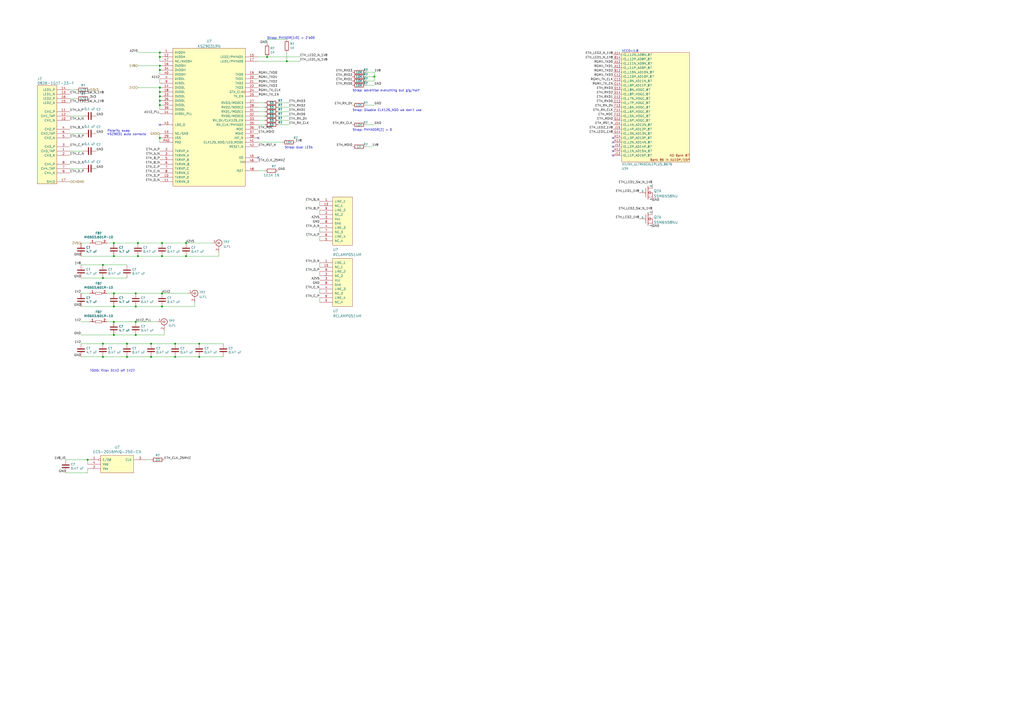
<source format=kicad_sch>
(kicad_sch (version 20211123) (generator eeschema)
  (paper "A2")
  (junction (at 73.66 199.39))
  (junction (at 66.04 177.8))
  (junction (at 80.01 148.59))
  (junction (at 93.98 177.8))
  (junction (at 92.71 38.1))
  (junction (at 80.01 140.97))
  (junction (at 217.17 44.45))
  (junction (at 93.98 140.97))
  (junction (at 154.94 33.02))
  (junction (at 78.74 186.69))
  (junction (at 101.6 207.01))
  (junction (at 78.74 194.31))
  (junction (at 92.71 33.02))
  (junction (at 66.04 140.97))
  (junction (at 92.71 80.01))
  (junction (at 78.74 170.18))
  (junction (at 93.98 170.18))
  (junction (at 92.71 30.48))
  (junction (at 59.69 161.29))
  (junction (at 92.71 55.88))
  (junction (at 92.71 50.8))
  (junction (at 87.63 199.39))
  (junction (at 115.57 199.39))
  (junction (at 66.04 148.59))
  (junction (at 78.74 177.8))
  (junction (at 93.98 148.59))
  (junction (at 107.95 140.97))
  (junction (at 166.37 35.56))
  (junction (at 73.66 207.01))
  (junction (at 107.95 148.59))
  (junction (at 50.8 266.7))
  (junction (at 66.04 170.18))
  (junction (at 115.57 207.01))
  (junction (at 59.69 207.01))
  (junction (at 59.69 199.39))
  (junction (at 66.04 194.31))
  (junction (at 92.71 53.34))
  (junction (at 92.71 60.96))
  (junction (at 59.69 153.67))
  (junction (at 101.6 199.39))
  (junction (at 92.71 58.42))
  (junction (at 87.63 207.01))
  (junction (at 66.04 186.69))
  (junction (at 92.71 40.64))
  (no_connect (at 92.71 72.39))
  (no_connect (at 355.6 82.55))
  (no_connect (at 355.6 85.09))
  (no_connect (at 149.86 80.01))
  (no_connect (at 355.6 80.01))
  (no_connect (at 149.86 91.44))
  (no_connect (at 355.6 90.17))
  (no_connect (at 355.6 87.63))
  (wire (pts (xy 149.86 33.02) (xy 154.94 33.02)))
  (wire (pts (xy 92.71 33.02) (xy 92.71 35.56)))
  (wire (pts (xy 66.04 177.8) (xy 78.74 177.8)))
  (wire (pts (xy 153.67 67.31) (xy 149.86 67.31)))
  (wire (pts (xy 167.64 62.23) (xy 161.29 62.23)))
  (wire (pts (xy 50.8 266.7) (xy 50.8 269.24)))
  (wire (pts (xy 127 148.59) (xy 127 146.05)))
  (wire (pts (xy 80.01 30.48) (xy 92.71 30.48)))
  (wire (pts (xy 95.25 194.31) (xy 95.25 191.77)))
  (wire (pts (xy 115.57 207.01) (xy 129.54 207.01)))
  (wire (pts (xy 107.95 140.97) (xy 123.19 140.97)))
  (wire (pts (xy 78.74 194.31) (xy 95.25 194.31)))
  (wire (pts (xy 50.8 274.32) (xy 50.8 271.78)))
  (wire (pts (xy 185.42 116.84) (xy 185.42 119.38)))
  (wire (pts (xy 46.99 207.01) (xy 59.69 207.01)))
  (wire (pts (xy 38.1 266.7) (xy 50.8 266.7)))
  (wire (pts (xy 113.03 177.8) (xy 113.03 175.26)))
  (wire (pts (xy 154.94 22.86) (xy 166.37 22.86)))
  (wire (pts (xy 107.95 140.97) (xy 93.98 140.97)))
  (wire (pts (xy 167.64 72.39) (xy 161.29 72.39)))
  (wire (pts (xy 92.71 30.48) (xy 92.71 33.02)))
  (wire (pts (xy 80.01 50.8) (xy 92.71 50.8)))
  (wire (pts (xy 66.04 194.31) (xy 78.74 194.31)))
  (wire (pts (xy 46.99 153.67) (xy 59.69 153.67)))
  (wire (pts (xy 59.69 199.39) (xy 46.99 199.39)))
  (wire (pts (xy 46.99 194.31) (xy 66.04 194.31)))
  (wire (pts (xy 217.17 49.53) (xy 212.09 49.53)))
  (wire (pts (xy 46.99 177.8) (xy 66.04 177.8)))
  (wire (pts (xy 73.66 199.39) (xy 59.69 199.39)))
  (wire (pts (xy 185.42 157.48) (xy 185.42 160.02)))
  (wire (pts (xy 48.26 97.79) (xy 40.64 97.79)))
  (wire (pts (xy 153.67 69.85) (xy 149.86 69.85)))
  (wire (pts (xy 40.64 87.63) (xy 48.26 87.63)))
  (wire (pts (xy 52.07 186.69) (xy 46.99 186.69)))
  (wire (pts (xy 185.42 152.4) (xy 185.42 154.94)))
  (wire (pts (xy 92.71 77.47) (xy 92.71 80.01)))
  (wire (pts (xy 215.9 85.09) (xy 212.09 85.09)))
  (wire (pts (xy 66.04 170.18) (xy 62.23 170.18)))
  (wire (pts (xy 38.1 274.32) (xy 50.8 274.32)))
  (wire (pts (xy 66.04 148.59) (xy 80.01 148.59)))
  (wire (pts (xy 153.67 64.77) (xy 149.86 64.77)))
  (wire (pts (xy 93.98 177.8) (xy 113.03 177.8)))
  (wire (pts (xy 163.83 82.55) (xy 149.86 82.55)))
  (wire (pts (xy 212.09 44.45) (xy 217.17 44.45)))
  (wire (pts (xy 212.09 46.99) (xy 217.17 46.99)))
  (wire (pts (xy 80.01 140.97) (xy 66.04 140.97)))
  (wire (pts (xy 153.67 72.39) (xy 149.86 72.39)))
  (wire (pts (xy 101.6 199.39) (xy 87.63 199.39)))
  (wire (pts (xy 154.94 25.4) (xy 154.94 22.86)))
  (wire (pts (xy 217.17 60.96) (xy 212.09 60.96)))
  (wire (pts (xy 59.69 207.01) (xy 73.66 207.01)))
  (wire (pts (xy 52.07 140.97) (xy 46.99 140.97)))
  (wire (pts (xy 153.67 62.23) (xy 149.86 62.23)))
  (wire (pts (xy 44.45 57.15) (xy 40.64 57.15)))
  (wire (pts (xy 212.09 41.91) (xy 217.17 41.91)))
  (wire (pts (xy 92.71 58.42) (xy 92.71 60.96)))
  (wire (pts (xy 92.71 60.96) (xy 92.71 63.5)))
  (wire (pts (xy 78.74 177.8) (xy 93.98 177.8)))
  (wire (pts (xy 92.71 55.88) (xy 92.71 58.42)))
  (wire (pts (xy 87.63 266.7) (xy 85.09 266.7)))
  (wire (pts (xy 80.01 148.59) (xy 93.98 148.59)))
  (wire (pts (xy 153.67 59.69) (xy 149.86 59.69)))
  (wire (pts (xy 166.37 35.56) (xy 149.86 35.56)))
  (wire (pts (xy 161.29 59.69) (xy 167.64 59.69)))
  (wire (pts (xy 166.37 35.56) (xy 173.99 35.56)))
  (wire (pts (xy 129.54 199.39) (xy 115.57 199.39)))
  (wire (pts (xy 101.6 207.01) (xy 115.57 207.01)))
  (wire (pts (xy 40.64 52.07) (xy 44.45 52.07)))
  (wire (pts (xy 48.26 77.47) (xy 40.64 77.47)))
  (wire (pts (xy 92.71 40.64) (xy 92.71 43.18)))
  (wire (pts (xy 92.71 80.01) (xy 92.71 82.55)))
  (wire (pts (xy 153.67 99.06) (xy 149.86 99.06)))
  (wire (pts (xy 185.42 172.72) (xy 185.42 175.26)))
  (wire (pts (xy 66.04 186.69) (xy 62.23 186.69)))
  (wire (pts (xy 185.42 132.08) (xy 185.42 134.62)))
  (wire (pts (xy 92.71 50.8) (xy 92.71 53.34)))
  (wire (pts (xy 161.29 64.77) (xy 167.64 64.77)))
  (wire (pts (xy 59.69 161.29) (xy 73.66 161.29)))
  (wire (pts (xy 78.74 170.18) (xy 66.04 170.18)))
  (wire (pts (xy 78.74 186.69) (xy 66.04 186.69)))
  (wire (pts (xy 59.69 153.67) (xy 73.66 153.67)))
  (wire (pts (xy 161.29 69.85) (xy 167.64 69.85)))
  (wire (pts (xy 52.07 170.18) (xy 46.99 170.18)))
  (wire (pts (xy 93.98 170.18) (xy 78.74 170.18)))
  (wire (pts (xy 48.26 67.31) (xy 40.64 67.31)))
  (wire (pts (xy 217.17 44.45) (xy 217.17 41.91)))
  (wire (pts (xy 87.63 199.39) (xy 73.66 199.39)))
  (wire (pts (xy 46.99 148.59) (xy 66.04 148.59)))
  (wire (pts (xy 92.71 53.34) (xy 92.71 55.88)))
  (wire (pts (xy 185.42 167.64) (xy 185.42 170.18)))
  (wire (pts (xy 46.99 161.29) (xy 59.69 161.29)))
  (wire (pts (xy 185.42 137.16) (xy 185.42 139.7)))
  (wire (pts (xy 167.64 67.31) (xy 161.29 67.31)))
  (wire (pts (xy 217.17 46.99) (xy 217.17 44.45)))
  (wire (pts (xy 87.63 207.01) (xy 101.6 207.01)))
  (wire (pts (xy 93.98 140.97) (xy 80.01 140.97)))
  (wire (pts (xy 93.98 148.59) (xy 107.95 148.59)))
  (wire (pts (xy 166.37 30.48) (xy 166.37 35.56)))
  (wire (pts (xy 78.74 186.69) (xy 91.44 186.69)))
  (wire (pts (xy 107.95 148.59) (xy 127 148.59)))
  (wire (pts (xy 185.42 121.92) (xy 185.42 124.46)))
  (wire (pts (xy 115.57 199.39) (xy 101.6 199.39)))
  (wire (pts (xy 217.17 72.39) (xy 212.09 72.39)))
  (wire (pts (xy 93.98 170.18) (xy 109.22 170.18)))
  (wire (pts (xy 62.23 140.97) (xy 66.04 140.97)))
  (wire (pts (xy 80.01 38.1) (xy 92.71 38.1)))
  (wire (pts (xy 92.71 38.1) (xy 92.71 40.64)))
  (wire (pts (xy 92.71 45.72) (xy 92.71 48.26)))
  (wire (pts (xy 73.66 207.01) (xy 87.63 207.01)))
  (wire (pts (xy 173.99 33.02) (xy 154.94 33.02)))
  (text "VCCO=1.8" (at 360.68 30.48 0) (effects (font (size 1.27 1.27)) (justify left bottom)))
  (text "Polarity swap\nKSZ9031 auto corrects" (at 62.23 78.74 0) (effects (font (size 1.27 1.27)) (justify left bottom)))
  (text "Strap: dual LEDs" (at 165.1 86.36 0) (effects (font (size 1.27 1.27)) (justify left bottom)))
  (text "Strap: PHYADR[1:0] = 2'b00" (at 154.94 22.86 0) (effects (font (size 1.27 1.27)) (justify left bottom)))
  (text "Strap: advertise everything but gig/half" (at 204.47 53.34 0) (effects (font (size 1.27 1.27)) (justify left bottom)))
  (text "TODO: filter D1V2 off 1V2?" (at 52.07 215.9 0) (effects (font (size 1.27 1.27)) (justify left bottom)))
  (text "Strap: Disable CLK125_NDO we don't use" (at 204.47 64.77 0) (effects (font (size 1.27 1.27)) (justify left bottom)))
  (text "Strap: PHYADDR[2] = 0" (at 204.47 76.2 0) (effects (font (size 1.27 1.27)) (justify left bottom)))
  (label "ETH_RX_DV" (at 355.6 62.23 180))
  (label "GND" (at 46.99 161.29 180))
  (label "ETH_RXD0" (at 355.6 59.69 180))
  (label "RGMII_TXD2" (at 355.6 41.91 180))
  (label "ETH_RST_N" (at 149.86 85.09 0))
  (label "ETH_RXD0" (at 167.64 67.31 0))
  (label "GND" (at 55.88 67.31 0))
  (label "ETH_C_N" (at 185.42 167.64 180))
  (label "GND" (at 46.99 177.8 180))
  (label "ETH_CLK_25MHZ" (at 149.86 93.98 0))
  (label "1V8" (at 215.9 85.09 0))
  (label "ETH_MDIO" (at 149.86 77.47 0))
  (label "ETH_RX_CLK" (at 355.6 64.77 180))
  (label "ETH_C_P" (at 92.71 97.79 180))
  (label "ETH_RX_DV" (at 167.64 69.85 0))
  (label "GND" (at 38.1 274.32 180))
  (label "ETH_RX_CLK" (at 204.47 72.39 180))
  (label "GND" (at 55.88 87.63 0))
  (label "GND" (at 161.29 99.06 0))
  (label "ETH_LED1_N_1V8" (at 355.6 34.29 180))
  (label "ETH_B_N" (at 185.42 116.84 180))
  (label "RGMII_TXD0" (at 149.86 43.18 0))
  (label "1V2" (at 46.99 170.18 180))
  (label "GND" (at 378.46 132.08 0))
  (label "ETH_A_P" (at 92.71 87.63 180))
  (label "A1V2" (at 92.71 45.72 180))
  (label "ETH_LED1_SW_N_1V8" (at 378.46 106.68 180))
  (label "ETH_RXD3" (at 167.64 59.69 0))
  (label "RGMII_TXD2" (at 149.86 48.26 0))
  (label "A1V2_PLL" (at 78.74 186.69 0))
  (label "ETH_C_P" (at 185.42 172.72 180))
  (label "A2V5" (at 185.42 162.56 180))
  (label "ETH_C_N" (at 40.64 90.17 0))
  (label "ETH_A_N" (at 185.42 132.08 180))
  (label "ETH_A_P" (at 185.42 137.16 180))
  (label "ETH_LED2_1V8" (at 355.6 74.93 180))
  (label "ETH_D_N" (at 92.71 105.41 180))
  (label "RGMII_TX_CLK" (at 355.6 46.99 180))
  (label "RGMII_TXD1" (at 149.86 45.72 0))
  (label "ETH_LED2_N_1V8" (at 173.99 33.02 0))
  (label "ETH_LED1_SW_N_1V8" (at 40.64 54.61 0))
  (label "ETH_LED1_N_1V8" (at 173.99 35.56 0))
  (label "ETH_RXD2" (at 355.6 54.61 180))
  (label "1V2" (at 46.99 199.39 180))
  (label "ETH_D_P" (at 185.42 157.48 180))
  (label "1V8" (at 217.17 41.91 0))
  (label "ETH_B_P" (at 40.64 80.01 0))
  (label "ETH_RX_CLK" (at 167.64 72.39 0))
  (label "ETH_A_P" (at 40.64 64.77 0))
  (label "GND" (at 46.99 194.31 180))
  (label "A2V5" (at 107.95 140.97 0))
  (label "ETH_C_N" (at 92.71 100.33 180))
  (label "ETH_D_N" (at 185.42 152.4 180))
  (label "RGMII_TX_EN" (at 355.6 49.53 180))
  (label "ETH_B_P" (at 92.71 92.71 180))
  (label "A1V2" (at 93.98 170.18 0))
  (label "ETH_D_N" (at 40.64 95.25 0))
  (label "ETH_RX_DV" (at 204.47 60.96 180))
  (label "ETH_RXD1" (at 204.47 46.99 180))
  (label "A2V5" (at 185.42 127 180))
  (label "GND" (at 55.88 77.47 0))
  (label "GND" (at 217.17 60.96 0))
  (label "ETH_LED1_1V8" (at 355.6 77.47 180))
  (label "ETH_MDIO" (at 204.47 85.09 180))
  (label "ETH_D_P" (at 92.71 102.87 180))
  (label "ETH_B_N" (at 40.64 74.93 0))
  (label "ETH_LED2_SW_N_1V8" (at 378.46 121.92 180))
  (label "GND" (at 154.94 25.4 180))
  (label "ETH_MDC" (at 355.6 67.31 180))
  (label "ETH_RXD3" (at 204.47 41.91 180))
  (label "ETH_MDC" (at 149.86 74.93 0))
  (label "ETH_B_N" (at 92.71 95.25 180))
  (label "ETH_B_P" (at 185.42 121.92 180))
  (label "1V8" (at 46.99 153.67 180))
  (label "ETH_RXD1" (at 167.64 64.77 0))
  (label "A2V5" (at 80.01 30.48 180))
  (label "GND" (at 217.17 49.53 0))
  (label "ETH_RXD2" (at 167.64 62.23 0))
  (label "RGMII_TXD0" (at 355.6 36.83 180))
  (label "RGMII_TXD1" (at 355.6 39.37 180))
  (label "ETH_CLK_25MHZ" (at 95.25 266.7 0))
  (label "GND" (at 46.99 148.59 180))
  (label "GND" (at 378.46 116.84 0))
  (label "ETH_A_N" (at 40.64 69.85 0))
  (label "ETH_RXD0" (at 204.47 49.53 180))
  (label "ETH_RXD3" (at 355.6 52.07 180))
  (label "RGMII_TXD3" (at 355.6 44.45 180))
  (label "ETH_LED2_SW_N_1V8" (at 40.64 59.69 0))
  (label "ETH_RXD1" (at 355.6 57.15 180))
  (label "RGMII_TXD3" (at 149.86 50.8 0))
  (label "RGMII_TX_CLK" (at 149.86 53.34 0))
  (label "GND" (at 185.42 165.1 180))
  (label "1V2" (at 46.99 186.69 180))
  (label "RGMII_TX_EN" (at 149.86 55.88 0))
  (label "3V3" (at 52.07 57.15 0))
  (label "ETH_RST_N" (at 355.6 72.39 180))
  (label "GND" (at 46.99 207.01 180))
  (label "ETH_A_N" (at 92.71 90.17 180))
  (label "ETH_LED2_1V8" (at 370.84 127 180))
  (label "GND" (at 217.17 72.39 0))
  (label "GND" (at 55.88 97.79 0))
  (label "ETH_MDIO" (at 355.6 69.85 180))
  (label "GND" (at 185.42 129.54 180))
  (label "A1V2_PLL" (at 92.71 66.04 180))
  (label "ETH_D_P" (at 40.64 100.33 0))
  (label "ETH_LED1_1V8" (at 370.84 111.76 180))
  (label "1V8" (at 171.45 82.55 0))
  (label "ETH_C_P" (at 40.64 85.09 0))
  (label "ETH_LED2_N_1V8" (at 355.6 31.75 180))
  (label "ETH_RXD2" (at 204.47 44.45 180))
  (label "1V8_IO" (at 38.1 266.7 180))
  (hierarchical_label "2V5" (shape input) (at 46.99 140.97 180))
  (hierarchical_label "GND" (shape input) (at 92.71 77.47 180))
  (hierarchical_label "1V2" (shape input) (at 80.01 50.8 180))
  (hierarchical_label "3V3" (shape input) (at 52.07 52.07 0))
  (hierarchical_label "CHGND" (shape input) (at 40.64 105.41 0))
  (hierarchical_label "1V8" (shape input) (at 80.01 38.1 180))
  (symbol (lib_id "device:R") (at 208.28 60.96 270) (unit 1)
    (property "Reference" "R?" (at 212.09 59.69 90))
    (property "Value" "10K" (at 208.28 60.96 90))
    (property "Footprint" "azonenberg_pcb:EIA_0402_RES_NOSILK" (effects hide))
  )
  (symbol (lib_id "device:C") (at 52.07 77.47 270) (unit 1)
    (property "Reference" "C?" (at 57.15 73.66 90))
    (property "Value" "0.1 uF" (at 52.07 73.3806 90))
    (property "Footprint" "azonenberg_pcb:EIA_0402_CAP_NOSILK" (effects hide))
  )
  (symbol (lib_id "special-azonenberg:KSZ9031RN") (at 100.33 107.95 0) (unit 1)
    (property "Reference" "U?" (at 121.285 23.8559 0) (effects (font (size 1.524 1.524))))
    (property "Value" "KSZ9031RN" (at 121.285 26.8493 0) (effects (font (size 1.524 1.524))))
    (property "Footprint" "azonenberg_pcb:QFN_48_0.5MM_7x7MM" (effects hide))
  )
  (symbol (lib_id "device:R") (at 157.48 72.39 270) (unit 1)
    (property "Reference" "R?" (at 162.56 71.12 90))
    (property "Value" "33" (at 157.48 72.39 90))
    (property "Footprint" "azonenberg_pcb:EIA_0402_RES_NOSILK" (effects hide))
  )
  (symbol (lib_id "device:C") (at 52.07 97.79 270) (unit 1)
    (property "Reference" "C?" (at 57.15 93.98 90))
    (property "Value" "0.1 uF" (at 52.07 93.7006 90))
    (property "Footprint" "azonenberg_pcb:EIA_0402_CAP_NOSILK" (effects hide))
  )
  (symbol (lib_id "device:C") (at 59.69 203.2 0) (unit 1)
    (property "Reference" "C?" (at 62.611 202.0316 0) (effects (justify left)))
    (property "Value" "0.47 uF" (at 62.611 204.343 0) (effects (justify left)))
    (property "Footprint" "azonenberg_pcb:EIA_0402_CAP_NOSILK" (effects hide))
  )
  (symbol (lib_id "special-azonenberg:BEL_FUSE_0826-1G1T-23-F") (at 33.02 102.87 0) (mirror y) (unit 1)
    (property "Reference" "J?" (at 21.59 45.72 0) (effects (font (size 1.524 1.524)) (justify right)))
    (property "Value" "0826-1G1T-23-F" (at 21.59 48.26 0) (effects (font (size 1.524 1.524)) (justify right)))
    (property "Footprint" "azonenberg_pcb:CONN_BELFUSE_0826_1G1T_23_F" (effects hide))
  )
  (symbol (lib_id "device:C") (at 101.6 203.2 0) (unit 1)
    (property "Reference" "C?" (at 104.521 202.0316 0) (effects (justify left)))
    (property "Value" "0.47 uF" (at 104.521 204.343 0) (effects (justify left)))
    (property "Footprint" "azonenberg_pcb:EIA_0402_CAP_NOSILK" (effects hide))
  )
  (symbol (lib_id "device:C") (at 115.57 203.2 0) (unit 1)
    (property "Reference" "C?" (at 118.491 202.0316 0) (effects (justify left)))
    (property "Value" "0.47 uF" (at 118.491 204.343 0) (effects (justify left)))
    (property "Footprint" "azonenberg_pcb:EIA_0402_CAP_NOSILK" (effects hide))
  )
  (symbol (lib_id "device:R") (at 157.48 67.31 270) (unit 1)
    (property "Reference" "R?" (at 162.56 66.04 90))
    (property "Value" "33" (at 157.48 67.31 90))
    (property "Footprint" "azonenberg_pcb:EIA_0402_RES_NOSILK" (effects hide))
  )
  (symbol (lib_id "device:C") (at 80.01 144.78 0) (unit 1)
    (property "Reference" "C?" (at 82.931 143.6116 0) (effects (justify left)))
    (property "Value" "0.47 uF" (at 82.931 145.923 0) (effects (justify left)))
    (property "Footprint" "azonenberg_pcb:EIA_0402_CAP_NOSILK" (effects hide))
  )
  (symbol (lib_id "conn:CONN_COAXIAL") (at 127 140.97 0) (unit 1)
    (property "Reference" "TP?" (at 129.5401 140.4285 0) (effects (justify left)))
    (property "Value" "U.FL" (at 129.5401 142.9654 0) (effects (justify left)))
    (property "Footprint" "azonenberg_pcb:CONN_U.FL_TE_1909763-1" (effects hide))
  )
  (symbol (lib_id "passive-azonenberg:FERRITE_SMALL2") (at 57.15 170.18 0) (unit 1)
    (property "Reference" "FB?" (at 57.15 164.465 0))
    (property "Value" "MI0603J601R-10" (at 57.15 166.7764 0))
    (property "Footprint" "azonenberg_pcb:EIA_0603_INDUCTOR_NOSILK" (effects hide))
  )
  (symbol (lib_id "osc-azonenberg:OSC") (at 68.58 266.7 0) (unit 1)
    (property "Reference" "U?" (at 67.945 259.4102 0) (effects (font (size 1.524 1.524))))
    (property "Value" "ECS-2016MVQ-250-CN" (at 67.945 262.1026 0) (effects (font (size 1.524 1.524))))
    (property "Footprint" "azonenberg_pcb:OSCILLATOR_2.0x1.6" (effects hide))
  )
  (symbol (lib_id "special-azonenberg:SSM6N58NU_DUAL_NMOS") (at 375.92 111.76 0) (unit 1)
    (property "Reference" "Q?" (at 379.1966 110.7838 0) (effects (font (size 1.524 1.524)) (justify left)))
    (property "Value" "SSM6N58NU" (at 379.1966 113.7772 0) (effects (font (size 1.524 1.524)) (justify left)))
    (property "Datasheet" "transistors/mos/*.*" (effects hide))
  )
  (symbol (lib_id "device:C") (at 52.07 67.31 270) (unit 1)
    (property "Reference" "C?" (at 57.15 63.5 90))
    (property "Value" "0.1 uF" (at 52.07 63.2206 90))
    (property "Footprint" "azonenberg_pcb:EIA_0402_CAP_NOSILK" (effects hide))
  )
  (symbol (lib_id "passive-azonenberg:FERRITE_SMALL2") (at 57.15 186.69 0) (unit 1)
    (property "Reference" "FB?" (at 57.15 180.975 0))
    (property "Value" "MI0603J601R-10" (at 57.15 183.2864 0))
    (property "Footprint" "azonenberg_pcb:EIA_0603_INDUCTOR_NOSILK" (effects hide))
  )
  (symbol (lib_id "device:C") (at 93.98 144.78 0) (unit 1)
    (property "Reference" "C?" (at 96.901 143.6116 0) (effects (justify left)))
    (property "Value" "0.47 uF" (at 96.901 145.923 0) (effects (justify left)))
    (property "Footprint" "azonenberg_pcb:EIA_0402_CAP_NOSILK" (effects hide))
  )
  (symbol (lib_id "device:C") (at 66.04 190.5 0) (unit 1)
    (property "Reference" "C?" (at 68.961 189.3316 0) (effects (justify left)))
    (property "Value" "4.7 uF" (at 68.961 191.643 0) (effects (justify left)))
    (property "Footprint" "azonenberg_pcb:EIA_0603_CAP_NOSILK" (effects hide))
  )
  (symbol (lib_id "special-azonenberg:RCLAMP0514M") (at 193.04 177.8 0) (unit 1)
    (property "Reference" "U?" (at 193.04 180.34 0) (effects (font (size 1.524 1.524)) (justify left)))
    (property "Value" "RCLAMP0514M" (at 193.04 183.3334 0) (effects (font (size 1.524 1.524)) (justify left)))
    (property "Footprint" "azonenberg_pcb:SOP_10_0.5MM_3MM" (effects hide))
  )
  (symbol (lib_id "device:C") (at 129.54 203.2 0) (unit 1)
    (property "Reference" "C?" (at 132.461 202.0316 0) (effects (justify left)))
    (property "Value" "0.47 uF" (at 132.461 204.343 0) (effects (justify left)))
    (property "Footprint" "azonenberg_pcb:EIA_0402_CAP_NOSILK" (effects hide))
  )
  (symbol (lib_id "device:R") (at 208.28 41.91 270) (unit 1)
    (property "Reference" "R?" (at 212.09 40.64 90))
    (property "Value" "10K" (at 208.28 41.91 90))
    (property "Footprint" "azonenberg_pcb:EIA_0402_RES_NOSILK" (effects hide))
  )
  (symbol (lib_id "special-azonenberg:SSM6N58NU_DUAL_NMOS") (at 375.92 127 0) (unit 1)
    (property "Reference" "Q?" (at 379.1966 126.0238 0) (effects (font (size 1.524 1.524)) (justify left)))
    (property "Value" "SSM6N58NU" (at 379.1966 129.0172 0) (effects (font (size 1.524 1.524)) (justify left)))
    (property "Datasheet" "transistors/mos/*.*" (effects hide))
  )
  (symbol (lib_id "device:C") (at 46.99 144.78 0) (unit 1)
    (property "Reference" "C?" (at 49.911 143.6116 0) (effects (justify left)))
    (property "Value" "4.7 uF" (at 49.911 145.923 0) (effects (justify left)))
    (property "Footprint" "azonenberg_pcb:EIA_0603_CAP_NOSILK" (effects hide))
  )
  (symbol (lib_id "conn:CONN_COAXIAL") (at 95.25 186.69 0) (unit 1)
    (property "Reference" "TP?" (at 97.7901 186.1485 0) (effects (justify left)))
    (property "Value" "U.FL" (at 97.7901 188.6854 0) (effects (justify left)))
    (property "Footprint" "azonenberg_pcb:CONN_U.FL_TE_1909763-1" (effects hide))
  )
  (symbol (lib_id "passive-azonenberg:FERRITE_SMALL2") (at 57.15 140.97 0) (unit 1)
    (property "Reference" "FB?" (at 57.15 135.255 0))
    (property "Value" "MI0603J601R-10" (at 57.15 137.5664 0))
    (property "Footprint" "azonenberg_pcb:EIA_0603_INDUCTOR_NOSILK" (effects hide))
  )
  (symbol (lib_id "device:C") (at 59.69 157.48 0) (unit 1)
    (property "Reference" "C?" (at 62.611 156.3116 0) (effects (justify left)))
    (property "Value" "0.47 uF" (at 62.611 158.623 0) (effects (justify left)))
    (property "Footprint" "azonenberg_pcb:EIA_0402_CAP_NOSILK" (effects hide))
  )
  (symbol (lib_id "device:C") (at 78.74 190.5 0) (unit 1)
    (property "Reference" "C?" (at 81.661 189.3316 0) (effects (justify left)))
    (property "Value" "0.47 uF" (at 81.661 191.643 0) (effects (justify left)))
    (property "Footprint" "azonenberg_pcb:EIA_0402_CAP_NOSILK" (effects hide))
  )
  (symbol (lib_id "device:R") (at 208.28 44.45 270) (unit 1)
    (property "Reference" "R?" (at 212.09 43.18 90))
    (property "Value" "10K" (at 208.28 44.45 90))
    (property "Footprint" "azonenberg_pcb:EIA_0402_RES_NOSILK" (effects hide))
  )
  (symbol (lib_id "device:R") (at 157.48 99.06 270) (unit 1)
    (property "Reference" "R?" (at 158.75 96.52 90))
    (property "Value" "12.1K 1%" (at 157.48 101.6 90))
    (property "Footprint" "azonenberg_pcb:EIA_0402_RES_NOSILK" (effects hide))
  )
  (symbol (lib_id "device:C") (at 38.1 270.51 0) (unit 1)
    (property "Reference" "C?" (at 41.021 269.3416 0) (effects (justify left)))
    (property "Value" "0.47 uF" (at 41.021 271.653 0) (effects (justify left)))
    (property "Footprint" "azonenberg_pcb:EIA_0402_CAP_NOSILK" (effects hide))
  )
  (symbol (lib_id "device:R") (at 157.48 64.77 270) (unit 1)
    (property "Reference" "R?" (at 162.56 63.5 90))
    (property "Value" "33" (at 157.48 64.77 90))
    (property "Footprint" "azonenberg_pcb:EIA_0402_RES_NOSILK" (effects hide))
  )
  (symbol (lib_id "device:R") (at 166.37 26.67 0) (unit 1)
    (property "Reference" "R?" (at 168.148 25.5016 0) (effects (justify left)))
    (property "Value" "1K" (at 168.148 27.813 0) (effects (justify left)))
    (property "Footprint" "azonenberg_pcb:EIA_0402_RES_NOSILK" (effects hide))
  )
  (symbol (lib_id "device:R") (at 167.64 82.55 270) (unit 1)
    (property "Reference" "R?" (at 171.45 80.01 90))
    (property "Value" "10K" (at 167.64 82.55 90))
    (property "Footprint" "azonenberg_pcb:EIA_0402_RES_NOSILK" (effects hide))
  )
  (symbol (lib_id "device:C") (at 66.04 144.78 0) (unit 1)
    (property "Reference" "C?" (at 68.961 143.6116 0) (effects (justify left)))
    (property "Value" "4.7 uF" (at 68.961 145.923 0) (effects (justify left)))
    (property "Footprint" "azonenberg_pcb:EIA_0603_CAP_NOSILK" (effects hide))
  )
  (symbol (lib_id "device:C") (at 78.74 173.99 0) (unit 1)
    (property "Reference" "C?" (at 81.661 172.8216 0) (effects (justify left)))
    (property "Value" "0.47 uF" (at 81.661 175.133 0) (effects (justify left)))
    (property "Footprint" "azonenberg_pcb:EIA_0402_CAP_NOSILK" (effects hide))
  )
  (symbol (lib_id "device:C") (at 66.04 173.99 0) (unit 1)
    (property "Reference" "C?" (at 68.961 172.8216 0) (effects (justify left)))
    (property "Value" "4.7 uF" (at 68.961 175.133 0) (effects (justify left)))
    (property "Footprint" "azonenberg_pcb:EIA_0603_CAP_NOSILK" (effects hide))
  )
  (symbol (lib_id "device:R") (at 208.28 85.09 270) (unit 1)
    (property "Reference" "R?" (at 212.09 83.82 90))
    (property "Value" "1K" (at 208.28 85.09 90))
    (property "Footprint" "azonenberg_pcb:EIA_0402_RES_NOSILK" (effects hide))
  )
  (symbol (lib_id "xilinx-azonenberg:XILINX_ULTRASCALEPLUS_B676") (at 360.68 93.98 0) (unit 8)
    (property "Reference" "U?" (at 360.68 97.79 0) (effects (justify left)))
    (property "Value" "XILINX_ULTRASCALEPLUS_B676" (at 360.68 95.25 0) (effects (justify left)))
  )
  (symbol (lib_id "device:C") (at 93.98 173.99 0) (unit 1)
    (property "Reference" "C?" (at 96.901 172.8216 0) (effects (justify left)))
    (property "Value" "0.47 uF" (at 96.901 175.133 0) (effects (justify left)))
    (property "Footprint" "azonenberg_pcb:EIA_0402_CAP_NOSILK" (effects hide))
  )
  (symbol (lib_id "device:R") (at 208.28 72.39 270) (unit 1)
    (property "Reference" "R?" (at 212.09 71.12 90))
    (property "Value" "10K" (at 208.28 72.39 90))
    (property "Footprint" "azonenberg_pcb:EIA_0402_RES_NOSILK" (effects hide))
  )
  (symbol (lib_id "device:R") (at 208.28 49.53 270) (unit 1)
    (property "Reference" "R?" (at 212.09 48.26 90))
    (property "Value" "10K" (at 208.28 49.53 90))
    (property "Footprint" "azonenberg_pcb:EIA_0402_RES_NOSILK" (effects hide))
  )
  (symbol (lib_id "device:C") (at 46.99 173.99 0) (unit 1)
    (property "Reference" "C?" (at 49.911 172.8216 0) (effects (justify left)))
    (property "Value" "4.7 uF" (at 49.911 175.133 0) (effects (justify left)))
    (property "Footprint" "azonenberg_pcb:EIA_0603_CAP_NOSILK" (effects hide))
  )
  (symbol (lib_id "device:R") (at 48.26 57.15 270) (unit 1)
    (property "Reference" "R?" (at 48.26 54.61 90))
    (property "Value" "470" (at 48.26 57.15 90))
    (property "Footprint" "azonenberg_pcb:EIA_0402_RES_NOSILK" (effects hide))
  )
  (symbol (lib_id "device:R") (at 157.48 59.69 270) (unit 1)
    (property "Reference" "R?" (at 162.56 58.42 90))
    (property "Value" "33" (at 157.48 59.69 90))
    (property "Footprint" "azonenberg_pcb:EIA_0402_RES_NOSILK" (effects hide))
  )
  (symbol (lib_id "device:C") (at 87.63 203.2 0) (unit 1)
    (property "Reference" "C?" (at 90.551 202.0316 0) (effects (justify left)))
    (property "Value" "0.47 uF" (at 90.551 204.343 0) (effects (justify left)))
    (property "Footprint" "azonenberg_pcb:EIA_0402_CAP_NOSILK" (effects hide))
  )
  (symbol (lib_id "device:R") (at 48.26 52.07 270) (unit 1)
    (property "Reference" "R?" (at 48.26 49.53 90))
    (property "Value" "470" (at 48.26 52.07 90))
    (property "Footprint" "azonenberg_pcb:EIA_0402_RES_NOSILK" (effects hide))
  )
  (symbol (lib_id "device:C") (at 73.66 157.48 0) (unit 1)
    (property "Reference" "C?" (at 76.581 156.3116 0) (effects (justify left)))
    (property "Value" "0.47 uF" (at 76.581 158.623 0) (effects (justify left)))
    (property "Footprint" "azonenberg_pcb:EIA_0402_CAP_NOSILK" (effects hide))
  )
  (symbol (lib_id "conn:CONN_COAXIAL") (at 113.03 170.18 0) (unit 1)
    (property "Reference" "TP?" (at 115.5701 169.6385 0) (effects (justify left)))
    (property "Value" "U.FL" (at 115.5701 172.1754 0) (effects (justify left)))
    (property "Footprint" "azonenberg_pcb:CONN_U.FL_TE_1909763-1" (effects hide))
  )
  (symbol (lib_id "device:R") (at 157.48 62.23 270) (unit 1)
    (property "Reference" "R?" (at 162.56 60.96 90))
    (property "Value" "33" (at 157.48 62.23 90))
    (property "Footprint" "azonenberg_pcb:EIA_0402_RES_NOSILK" (effects hide))
  )
  (symbol (lib_id "device:R") (at 154.94 29.21 0) (unit 1)
    (property "Reference" "R?" (at 156.718 28.0416 0) (effects (justify left)))
    (property "Value" "1K" (at 156.718 30.353 0) (effects (justify left)))
    (property "Footprint" "azonenberg_pcb:EIA_0402_RES_NOSILK" (effects hide))
  )
  (symbol (lib_id "device:C") (at 73.66 203.2 0) (unit 1)
    (property "Reference" "C?" (at 76.581 202.0316 0) (effects (justify left)))
    (property "Value" "0.47 uF" (at 76.581 204.343 0) (effects (justify left)))
    (property "Footprint" "azonenberg_pcb:EIA_0402_CAP_NOSILK" (effects hide))
  )
  (symbol (lib_id "device:C") (at 46.99 157.48 0) (unit 1)
    (property "Reference" "C?" (at 49.911 156.3116 0) (effects (justify left)))
    (property "Value" "4.7 uF" (at 49.911 158.623 0) (effects (justify left)))
    (property "Footprint" "azonenberg_pcb:EIA_0603_CAP_NOSILK" (effects hide))
  )
  (symbol (lib_id "device:C") (at 107.95 144.78 0) (unit 1)
    (property "Reference" "C?" (at 110.871 143.6116 0) (effects (justify left)))
    (property "Value" "0.47 uF" (at 110.871 145.923 0) (effects (justify left)))
    (property "Footprint" "azonenberg_pcb:EIA_0402_CAP_NOSILK" (effects hide))
  )
  (symbol (lib_id "device:R") (at 208.28 46.99 270) (unit 1)
    (property "Reference" "R?" (at 212.09 45.72 90))
    (property "Value" "10K" (at 208.28 46.99 90))
    (property "Footprint" "azonenberg_pcb:EIA_0402_RES_NOSILK" (effects hide))
  )
  (symbol (lib_id "device:R") (at 157.48 69.85 270) (unit 1)
    (property "Reference" "R?" (at 162.56 68.58 90))
    (property "Value" "33" (at 157.48 69.85 90))
    (property "Footprint" "azonenberg_pcb:EIA_0402_RES_NOSILK" (effects hide))
  )
  (symbol (lib_id "special-azonenberg:RCLAMP0514M") (at 193.04 142.24 0) (unit 1)
    (property "Reference" "U?" (at 193.04 144.78 0) (effects (font (size 1.524 1.524)) (justify left)))
    (property "Value" "RCLAMP0514M" (at 193.04 147.7734 0) (effects (font (size 1.524 1.524)) (justify left)))
    (property "Footprint" "azonenberg_pcb:SOP_10_0.5MM_3MM" (effects hide))
  )
  (symbol (lib_id "device:R") (at 91.44 266.7 270) (unit 1)
    (property "Reference" "R?" (at 91.44 264.16 90))
    (property "Value" "33" (at 91.44 266.7 90))
    (property "Footprint" "azonenberg_pcb:EIA_0402_RES_NOSILK" (effects hide))
  )
  (symbol (lib_id "device:C") (at 46.99 203.2 0) (unit 1)
    (property "Reference" "C?" (at 49.911 202.0316 0) (effects (justify left)))
    (property "Value" "4.7 uF" (at 49.911 204.343 0) (effects (justify left)))
    (property "Footprint" "azonenberg_pcb:EIA_0603_CAP_NOSILK" (effects hide))
  )
  (symbol (lib_id "device:C") (at 52.07 87.63 270) (unit 1)
    (property "Reference" "C?" (at 57.15 83.82 90))
    (property "Value" "0.1 uF" (at 52.07 83.5406 90))
    (property "Footprint" "azonenberg_pcb:EIA_0402_CAP_NOSILK" (effects hide))
  )
)
</source>
